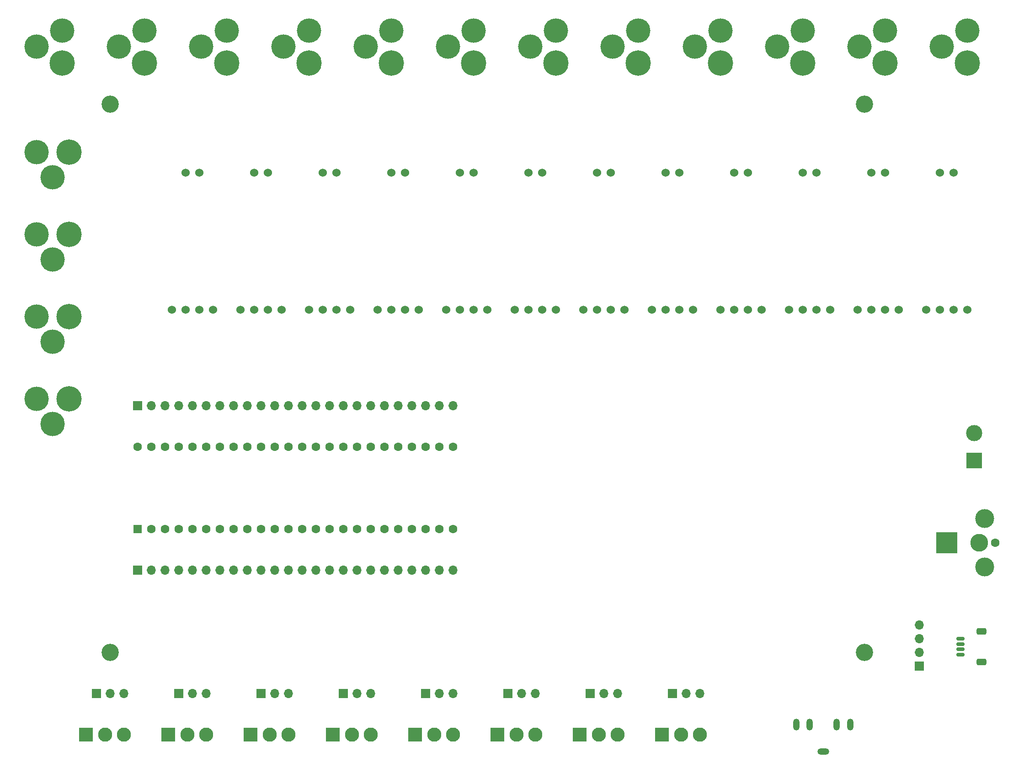
<source format=gbr>
%TF.GenerationSoftware,KiCad,Pcbnew,7.0.7*%
%TF.CreationDate,2023-08-30T11:58:42-04:00*%
%TF.ProjectId,Datta-OpenField-PCB,44617474-612d-44f7-9065-6e4669656c64,rev?*%
%TF.SameCoordinates,Original*%
%TF.FileFunction,Soldermask,Top*%
%TF.FilePolarity,Negative*%
%FSLAX46Y46*%
G04 Gerber Fmt 4.6, Leading zero omitted, Abs format (unit mm)*
G04 Created by KiCad (PCBNEW 7.0.7) date 2023-08-30 11:58:42*
%MOMM*%
%LPD*%
G01*
G04 APERTURE LIST*
G04 Aperture macros list*
%AMRoundRect*
0 Rectangle with rounded corners*
0 $1 Rounding radius*
0 $2 $3 $4 $5 $6 $7 $8 $9 X,Y pos of 4 corners*
0 Add a 4 corners polygon primitive as box body*
4,1,4,$2,$3,$4,$5,$6,$7,$8,$9,$2,$3,0*
0 Add four circle primitives for the rounded corners*
1,1,$1+$1,$2,$3*
1,1,$1+$1,$4,$5*
1,1,$1+$1,$6,$7*
1,1,$1+$1,$8,$9*
0 Add four rect primitives between the rounded corners*
20,1,$1+$1,$2,$3,$4,$5,0*
20,1,$1+$1,$4,$5,$6,$7,0*
20,1,$1+$1,$6,$7,$8,$9,0*
20,1,$1+$1,$8,$9,$2,$3,0*%
G04 Aperture macros list end*
%ADD10C,1.524000*%
%ADD11R,1.700000X1.700000*%
%ADD12O,1.700000X1.700000*%
%ADD13C,4.703200*%
%ADD14C,4.521200*%
%ADD15RoundRect,0.101600X-1.206500X-1.206500X1.206500X-1.206500X1.206500X1.206500X-1.206500X1.206500X0*%
%ADD16C,2.616200*%
%ADD17C,3.200000*%
%ADD18R,1.600000X1.600000*%
%ADD19C,1.600000*%
%ADD20R,3.000000X3.000000*%
%ADD21C,3.000000*%
%ADD22RoundRect,0.150000X0.625000X-0.150000X0.625000X0.150000X-0.625000X0.150000X-0.625000X-0.150000X0*%
%ADD23RoundRect,0.250000X0.650000X-0.350000X0.650000X0.350000X-0.650000X0.350000X-0.650000X-0.350000X0*%
%ADD24O,1.200000X2.200000*%
%ADD25O,2.200000X1.200000*%
%ADD26R,4.000000X4.000000*%
%ADD27C,3.300000*%
%ADD28C,3.500000*%
G04 APERTURE END LIST*
D10*
%TO.C,U9*%
X120650000Y-78740000D03*
X118110000Y-78740000D03*
X115570000Y-78740000D03*
X113030000Y-78740000D03*
X115570000Y-53340000D03*
X118110000Y-53340000D03*
%TD*%
D11*
%TO.C,J2*%
X55880000Y-96520000D03*
D12*
X58420000Y-96520000D03*
X60960000Y-96520000D03*
X63500000Y-96520000D03*
X66040000Y-96520000D03*
X68580000Y-96520000D03*
X71120000Y-96520000D03*
X73660000Y-96520000D03*
X76200000Y-96520000D03*
X78740000Y-96520000D03*
X81280000Y-96520000D03*
X83820000Y-96520000D03*
X86360000Y-96520000D03*
X88900000Y-96520000D03*
X91440000Y-96520000D03*
X93980000Y-96520000D03*
X96520000Y-96520000D03*
X99060000Y-96520000D03*
X101600000Y-96520000D03*
X104140000Y-96520000D03*
X106680000Y-96520000D03*
X109220000Y-96520000D03*
X111760000Y-96520000D03*
X114300000Y-96520000D03*
%TD*%
D10*
%TO.C,U8*%
X133350000Y-78740000D03*
X130810000Y-78740000D03*
X128270000Y-78740000D03*
X125730000Y-78740000D03*
X128270000Y-53340000D03*
X130810000Y-53340000D03*
%TD*%
D11*
%TO.C,J17*%
X154940000Y-149860000D03*
D12*
X157480000Y-149860000D03*
X160020000Y-149860000D03*
%TD*%
D13*
%TO.C,J35*%
X72390000Y-33020000D03*
D14*
X72390000Y-27020520D03*
X67691000Y-30020260D03*
%TD*%
D13*
%TO.C,J33*%
X102870000Y-33020000D03*
D14*
X102870000Y-27020520D03*
X98171000Y-30020260D03*
%TD*%
D13*
%TO.C,J30*%
X148590000Y-33020000D03*
D14*
X148590000Y-27020520D03*
X143891000Y-30020260D03*
%TD*%
D15*
%TO.C,J12*%
X107302300Y-157480000D03*
D16*
X110799880Y-157480000D03*
X114300000Y-157480000D03*
%TD*%
D11*
%TO.C,J13*%
X124460000Y-149860000D03*
D12*
X127000000Y-149860000D03*
X129540000Y-149860000D03*
%TD*%
D10*
%TO.C,U2*%
X209550000Y-78740000D03*
X207010000Y-78740000D03*
X204470000Y-78740000D03*
X201930000Y-78740000D03*
X204470000Y-53340000D03*
X207010000Y-53340000D03*
%TD*%
%TO.C,U11*%
X95250000Y-78740000D03*
X92710000Y-78740000D03*
X90170000Y-78740000D03*
X87630000Y-78740000D03*
X90170000Y-53340000D03*
X92710000Y-53340000D03*
%TD*%
D11*
%TO.C,J11*%
X109220000Y-149860000D03*
D12*
X111760000Y-149860000D03*
X114300000Y-149860000D03*
%TD*%
D13*
%TO.C,J31*%
X133350000Y-33020000D03*
D14*
X133350000Y-27020520D03*
X128651000Y-30020260D03*
%TD*%
D10*
%TO.C,U6*%
X158750000Y-78740000D03*
X156210000Y-78740000D03*
X153670000Y-78740000D03*
X151130000Y-78740000D03*
X153670000Y-53340000D03*
X156210000Y-53340000D03*
%TD*%
D17*
%TO.C,H3*%
X190500000Y-142240000D03*
%TD*%
D13*
%TO.C,J22*%
X43180000Y-80010000D03*
D14*
X37180520Y-80010000D03*
X40180260Y-84709000D03*
%TD*%
D11*
%TO.C,J9*%
X93980000Y-149860000D03*
D12*
X96520000Y-149860000D03*
X99060000Y-149860000D03*
%TD*%
D13*
%TO.C,J23*%
X43180000Y-95250000D03*
D14*
X37180520Y-95250000D03*
X40180260Y-99949000D03*
%TD*%
D18*
%TO.C,U1*%
X55880000Y-119380000D03*
D19*
X58420000Y-119380000D03*
X60960000Y-119380000D03*
X63500000Y-119380000D03*
X66040000Y-119380000D03*
X68580000Y-119380000D03*
X71120000Y-119380000D03*
X73660000Y-119380000D03*
X76200000Y-119380000D03*
X78740000Y-119380000D03*
X81280000Y-119380000D03*
X83820000Y-119380000D03*
X86360000Y-119380000D03*
X88900000Y-119380000D03*
X91440000Y-119380000D03*
X93980000Y-119380000D03*
X96520000Y-119380000D03*
X99060000Y-119380000D03*
X101600000Y-119380000D03*
X104140000Y-119380000D03*
X106680000Y-119380000D03*
X109220000Y-119380000D03*
X111760000Y-119380000D03*
X114300000Y-119380000D03*
X114300000Y-104140000D03*
X111760000Y-104140000D03*
X109220000Y-104140000D03*
X106680000Y-104140000D03*
X104140000Y-104140000D03*
X101600000Y-104140000D03*
X99060000Y-104140000D03*
X96520000Y-104140000D03*
X93980000Y-104140000D03*
X91440000Y-104140000D03*
X88900000Y-104140000D03*
X86360000Y-104140000D03*
X83820000Y-104140000D03*
X81280000Y-104140000D03*
X78740000Y-104140000D03*
X76200000Y-104140000D03*
X73660000Y-104140000D03*
X71120000Y-104140000D03*
X68580000Y-104140000D03*
X66040000Y-104140000D03*
X63500000Y-104140000D03*
X60960000Y-104140000D03*
X58420000Y-104140000D03*
X55880000Y-104140000D03*
%TD*%
D13*
%TO.C,J26*%
X209550000Y-33020000D03*
D14*
X209550000Y-27020520D03*
X204851000Y-30020260D03*
%TD*%
D15*
%TO.C,J10*%
X92062300Y-157480000D03*
D16*
X95559880Y-157480000D03*
X99060000Y-157480000D03*
%TD*%
D15*
%TO.C,J8*%
X76822300Y-157480000D03*
D16*
X80319880Y-157480000D03*
X83820000Y-157480000D03*
%TD*%
D10*
%TO.C,U12*%
X82550000Y-78740000D03*
X80010000Y-78740000D03*
X77470000Y-78740000D03*
X74930000Y-78740000D03*
X77470000Y-53340000D03*
X80010000Y-53340000D03*
%TD*%
D11*
%TO.C,J5*%
X63500000Y-149860000D03*
D12*
X66040000Y-149860000D03*
X68580000Y-149860000D03*
%TD*%
D13*
%TO.C,J20*%
X43180000Y-49530000D03*
D14*
X37180520Y-49530000D03*
X40180260Y-54229000D03*
%TD*%
D20*
%TO.C,J25*%
X210820000Y-106680000D03*
D21*
X210820000Y-101600000D03*
%TD*%
D13*
%TO.C,J36*%
X57150000Y-33020000D03*
D14*
X57150000Y-27020520D03*
X52451000Y-30020260D03*
%TD*%
D13*
%TO.C,J29*%
X163830000Y-33020000D03*
D14*
X163830000Y-27020520D03*
X159131000Y-30020260D03*
%TD*%
D15*
%TO.C,J6*%
X61582300Y-157480000D03*
D16*
X65079880Y-157480000D03*
X68580000Y-157480000D03*
%TD*%
D17*
%TO.C,H1*%
X50800000Y-142240000D03*
%TD*%
D15*
%TO.C,J14*%
X122542300Y-157480000D03*
D16*
X126039880Y-157480000D03*
X129540000Y-157480000D03*
%TD*%
D15*
%TO.C,J18*%
X153022300Y-157480000D03*
D16*
X156519880Y-157480000D03*
X160020000Y-157480000D03*
%TD*%
D13*
%TO.C,J27*%
X194310000Y-33020000D03*
D14*
X194310000Y-27020520D03*
X189611000Y-30020260D03*
%TD*%
D22*
%TO.C,J39*%
X208280000Y-142700000D03*
X208280000Y-141700000D03*
X208280000Y-140700000D03*
X208280000Y-139700000D03*
D23*
X212155000Y-144000000D03*
X212155000Y-138400000D03*
%TD*%
D17*
%TO.C,H2*%
X50800000Y-40640000D03*
%TD*%
D15*
%TO.C,J16*%
X137782300Y-157480000D03*
D16*
X141279880Y-157480000D03*
X144780000Y-157480000D03*
%TD*%
D15*
%TO.C,J4*%
X46342300Y-157480000D03*
D16*
X49839880Y-157480000D03*
X53340000Y-157480000D03*
%TD*%
D13*
%TO.C,J21*%
X43180000Y-64770000D03*
D14*
X37180520Y-64770000D03*
X40180260Y-69469000D03*
%TD*%
D10*
%TO.C,U7*%
X146050000Y-78740000D03*
X143510000Y-78740000D03*
X140970000Y-78740000D03*
X138430000Y-78740000D03*
X140970000Y-53340000D03*
X143510000Y-53340000D03*
%TD*%
D13*
%TO.C,J34*%
X87630000Y-33020000D03*
D14*
X87630000Y-27020520D03*
X82931000Y-30020260D03*
%TD*%
D11*
%TO.C,J38*%
X200660000Y-144780000D03*
D12*
X200660000Y-142240000D03*
X200660000Y-139700000D03*
X200660000Y-137160000D03*
%TD*%
D11*
%TO.C,J15*%
X139700000Y-149860000D03*
D12*
X142240000Y-149860000D03*
X144780000Y-149860000D03*
%TD*%
D24*
%TO.C,J19*%
X177866809Y-155599120D03*
X180366809Y-155599120D03*
D25*
X182866809Y-160599120D03*
D24*
X187866809Y-155599120D03*
X185366809Y-155599120D03*
%TD*%
D10*
%TO.C,U3*%
X196850000Y-78740000D03*
X194310000Y-78740000D03*
X191770000Y-78740000D03*
X189230000Y-78740000D03*
X191770000Y-53340000D03*
X194310000Y-53340000D03*
%TD*%
D11*
%TO.C,J7*%
X78740000Y-149860000D03*
D12*
X81280000Y-149860000D03*
X83820000Y-149860000D03*
%TD*%
D10*
%TO.C,U10*%
X107950000Y-78740000D03*
X105410000Y-78740000D03*
X102870000Y-78740000D03*
X100330000Y-78740000D03*
X102870000Y-53340000D03*
X105410000Y-53340000D03*
%TD*%
D11*
%TO.C,J1*%
X55880000Y-127000000D03*
D12*
X58420000Y-127000000D03*
X60960000Y-127000000D03*
X63500000Y-127000000D03*
X66040000Y-127000000D03*
X68580000Y-127000000D03*
X71120000Y-127000000D03*
X73660000Y-127000000D03*
X76200000Y-127000000D03*
X78740000Y-127000000D03*
X81280000Y-127000000D03*
X83820000Y-127000000D03*
X86360000Y-127000000D03*
X88900000Y-127000000D03*
X91440000Y-127000000D03*
X93980000Y-127000000D03*
X96520000Y-127000000D03*
X99060000Y-127000000D03*
X101600000Y-127000000D03*
X104140000Y-127000000D03*
X106680000Y-127000000D03*
X109220000Y-127000000D03*
X111760000Y-127000000D03*
X114300000Y-127000000D03*
%TD*%
D13*
%TO.C,J37*%
X41910000Y-33020000D03*
D14*
X41910000Y-27020520D03*
X37211000Y-30020260D03*
%TD*%
D10*
%TO.C,U13*%
X69850000Y-78740000D03*
X67310000Y-78740000D03*
X64770000Y-78740000D03*
X62230000Y-78740000D03*
X64770000Y-53340000D03*
X67310000Y-53340000D03*
%TD*%
D17*
%TO.C,H4*%
X190500000Y-40640000D03*
%TD*%
D10*
%TO.C,U5*%
X171450000Y-78740000D03*
X168910000Y-78740000D03*
X166370000Y-78740000D03*
X163830000Y-78740000D03*
X166370000Y-53340000D03*
X168910000Y-53340000D03*
%TD*%
D11*
%TO.C,J3*%
X48260000Y-149860000D03*
D12*
X50800000Y-149860000D03*
X53340000Y-149860000D03*
%TD*%
D13*
%TO.C,J28*%
X179070000Y-33020000D03*
D14*
X179070000Y-27020520D03*
X174371000Y-30020260D03*
%TD*%
D13*
%TO.C,J32*%
X118110000Y-33020000D03*
D14*
X118110000Y-27020520D03*
X113411000Y-30020260D03*
%TD*%
D19*
%TO.C,J24*%
X214740000Y-121920000D03*
D26*
X205740000Y-121920000D03*
D27*
X211740000Y-121920000D03*
D28*
X212740000Y-126420000D03*
X212740000Y-117420000D03*
%TD*%
D10*
%TO.C,U4*%
X184150000Y-78740000D03*
X181610000Y-78740000D03*
X179070000Y-78740000D03*
X176530000Y-78740000D03*
X179070000Y-53340000D03*
X181610000Y-53340000D03*
%TD*%
M02*

</source>
